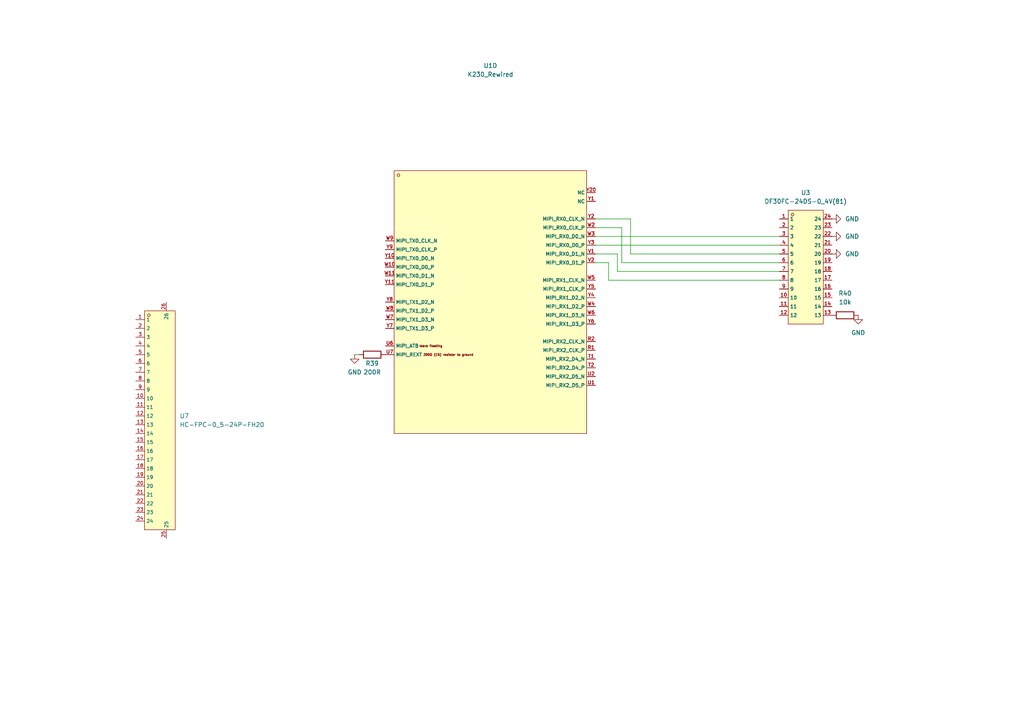
<source format=kicad_sch>
(kicad_sch (version 20250114) (generator "eeschema") (generator_version "9.0")
  (paper "A4")
  (lib_symbols
    (symbol "Device:R" (pin_numbers (hide yes)) (pin_names (offset 0))
      (property "Reference" "R" (at 2.032 0 90))
      (property "Value" "R" (at 0 0 90))
      (symbol "R_0_1"
        (rectangle (start -1.016 -2.54) (end 1.016 2.54) (stroke (width 0.254)))
      )
      (symbol "R_1_1"
        (pin passive line (at 0 3.81 270) (length 1.27) (name "~") (number "1"))
        (pin passive line (at 0 -3.81 90) (length 1.27) (name "~") (number "2"))
      )
    )
    (symbol "LCSC:DF30FC-24DS-0_4V(81)"
      (property "Reference" "U" (at 0 1.27 0))
      (property "Value" "DF30FC-24DS-0_4V(81)" (at 0 -2.54 0))
      (symbol "DF30FC-24DS-0_4V(81)_0_1"
        (rectangle (start -5.08 16.51) (end 5.08 -16.51) (fill (type background)))
        (circle (center -3.81 15.24) (radius 0.381) (fill (type background)))
        (pin unspecified line (at -7.62 13.97 0) (length 2.54) (name "1") (number "1"))
        (pin unspecified line (at -7.62 11.43 0) (length 2.54) (name "2") (number "2"))
        (pin unspecified line (at -7.62 8.89 0) (length 2.54) (name "3") (number "3"))
        (pin unspecified line (at -7.62 6.35 0) (length 2.54) (name "4") (number "4"))
        (pin unspecified line (at -7.62 3.81 0) (length 2.54) (name "5") (number "5"))
        (pin unspecified line (at -7.62 1.27 0) (length 2.54) (name "6") (number "6"))
        (pin unspecified line (at -7.62 -1.27 0) (length 2.54) (name "7") (number "7"))
        (pin unspecified line (at -7.62 -3.81 0) (length 2.54) (name "8") (number "8"))
        (pin unspecified line (at -7.62 -6.35 0) (length 2.54) (name "9") (number "9"))
        (pin unspecified line (at -7.62 -8.89 0) (length 2.54) (name "10") (number "10"))
        (pin unspecified line (at -7.62 -11.43 0) (length 2.54) (name "11") (number "11"))
        (pin unspecified line (at -7.62 -13.97 0) (length 2.54) (name "12") (number "12"))
        (pin unspecified line (at 7.62 13.97 180) (length 2.54) (name "24") (number "24"))
        (pin unspecified line (at 7.62 11.43 180) (length 2.54) (name "23") (number "23"))
        (pin unspecified line (at 7.62 8.89 180) (length 2.54) (name "22") (number "22"))
        (pin unspecified line (at 7.62 6.35 180) (length 2.54) (name "21") (number "21"))
        (pin unspecified line (at 7.62 3.81 180) (length 2.54) (name "20") (number "20"))
        (pin unspecified line (at 7.62 1.27 180) (length 2.54) (name "19") (number "19"))
        (pin unspecified line (at 7.62 -1.27 180) (length 2.54) (name "18") (number "18"))
        (pin unspecified line (at 7.62 -3.81 180) (length 2.54) (name "17") (number "17"))
        (pin unspecified line (at 7.62 -6.35 180) (length 2.54) (name "16") (number "16"))
        (pin unspecified line (at 7.62 -8.89 180) (length 2.54) (name "15") (number "15"))
        (pin unspecified line (at 7.62 -11.43 180) (length 2.54) (name "14") (number "14"))
        (pin unspecified line (at 7.62 -13.97 180) (length 2.54) (name "13") (number "13"))
      )
    )
    (symbol "LCSC:HC-FPC-0_5-24P-FH20"
      (property "Reference" "U" (at 0 1.27 0))
      (property "Value" "HC-FPC-0_5-24P-FH20" (at 0 -2.54 0))
      (symbol "HC-FPC-0_5-24P-FH20_0_1"
        (rectangle (start -2.54 31.7501) (end 6.35 -31.7501) (fill (type background)))
        (circle (center -1.27 30.4801) (radius 0.381) (fill (type background)))
        (pin unspecified line (at -5.08 29.21 0) (length 2.54) (name "1") (number "1"))
        (pin unspecified line (at -5.08 26.67 0) (length 2.54) (name "2") (number "2"))
        (pin unspecified line (at -5.08 24.13 0) (length 2.54) (name "3") (number "3"))
        (pin unspecified line (at -5.08 21.59 0) (length 2.54) (name "4") (number "4"))
        (pin unspecified line (at -5.08 19.05 0) (length 2.54) (name "5") (number "5"))
        (pin unspecified line (at -5.08 16.51 0) (length 2.54) (name "6") (number "6"))
        (pin unspecified line (at -5.08 13.97 0) (length 2.54) (name "7") (number "7"))
        (pin unspecified line (at -5.08 11.43 0) (length 2.54) (name "8") (number "8"))
        (pin unspecified line (at -5.08 8.89 0) (length 2.54) (name "9") (number "9"))
        (pin unspecified line (at -5.08 6.35 0) (length 2.54) (name "10") (number "10"))
        (pin unspecified line (at -5.08 3.81 0) (length 2.54) (name "11") (number "11"))
        (pin unspecified line (at -5.08 1.27 0) (length 2.54) (name "12") (number "12"))
        (pin unspecified line (at -5.08 -1.27 0) (length 2.54) (name "13") (number "13"))
        (pin unspecified line (at -5.08 -3.81 0) (length 2.54) (name "14") (number "14"))
        (pin unspecified line (at -5.08 -6.35 0) (length 2.54) (name "15") (number "15"))
        (pin unspecified line (at -5.08 -8.89 0) (length 2.54) (name "16") (number "16"))
        (pin unspecified line (at -5.08 -11.43 0) (length 2.54) (name "17") (number "17"))
        (pin unspecified line (at -5.08 -13.97 0) (length 2.54) (name "18") (number "18"))
        (pin unspecified line (at -5.08 -16.51 0) (length 2.54) (name "19") (number "19"))
        (pin unspecified line (at -5.08 -19.05 0) (length 2.54) (name "20") (number "20"))
        (pin unspecified line (at -5.08 -21.59 0) (length 2.54) (name "21") (number "21"))
        (pin unspecified line (at -5.08 -24.13 0) (length 2.54) (name "22") (number "22"))
        (pin unspecified line (at -5.08 -26.67 0) (length 2.54) (name "23") (number "23"))
        (pin unspecified line (at -5.08 -29.21 0) (length 2.54) (name "24") (number "24"))
        (pin unspecified line (at 3.81 34.29 270) (length 2.54) (name "26") (number "26"))
        (pin unspecified line (at 3.81 -34.29 90) (length 2.54) (name "25") (number "25"))
      )
    )
    (symbol "LCSC:K230_Rewired"
      (property "Reference" "U1" (at 0 68.58 0))
      (property "Value" "K230_Rewired" (at 0 66.04 0))
      (symbol "K230_Rewired_1_1"
        (rectangle (start -27.9401 63.5001) (end 27.9401 -63.5001) (fill (type background)))
        (circle (center -26.6701 62.2301) (radius 0.381) (fill (type background)))
        (pin unspecified line (at -30.48 59.69 0) (length 2.54) (name "USB0_TXRTUNE") (number "D4"))
        (pin unspecified line (at -30.48 57.15 0) (length 2.54) (name "USB0_VBUS") (number "C3"))
        (pin unspecified line (at -30.48 54.61 0) (length 2.54) (name "USB0_DP") (number "A2"))
        (pin unspecified line (at -30.48 52.07 0) (length 2.54) (name "USB0_DN") (number "B2"))
        (pin unspecified line (at -30.48 49.53 0) (length 2.54) (name "USB0_ID") (number "D3"))
        (pin unspecified line (at -30.48 44.45 0) (length 2.54) (name "USB1_TXRTUNE") (number "C4"))
        (pin unspecified line (at -30.48 41.91 0) (length 2.54) (name "USB1_VBUS") (number "A3"))
        (pin unspecified line (at -30.48 39.37 0) (length 2.54) (name "USB1_DP") (number "B4"))
        (pin unspecified line (at -30.48 36.83 0) (length 2.54) (name "USB1_DN") (number "A4"))
        (pin unspecified line (at -30.48 34.29 0) (length 2.54) (name "USB1_ID") (number "B3"))
        (pin unspecified line (at -30.48 26.67 0) (length 2.54) (name "CLK24M_XOUT") (number "A8"))
        (pin unspecified line (at -30.48 24.13 0) (length 2.54) (name "CLK24M_XIN") (number "B8"))
        (pin unspecified line (at -30.48 0 0) (length 2.54) (name "TEST_EN") (number "A9"))
        (pin unspecified line (at -30.48 -7.62 0) (length 2.54) (name "RSTN") (number "B9"))
        (pin unspecified line (at -30.48 -24.13 0) (length 2.54) (name "CLK32K768_XOUT") (number "A12"))
        (pin unspecified line (at -30.48 -26.67 0) (length 2.54) (name "CLK32K768_XIN") (number "B12"))
        (pin unspecified line (at -30.48 -38.1 0) (length 2.54) (name "INT0") (number "C10"))
        (pin unspecified line (at -30.48 -40.64 0) (length 2.54) (name "INT1") (number "B10"))
        (pin unspecified line (at -30.48 -43.18 0) (length 2.54) (name "INT2") (number "A10"))
        (pin unspecified line (at -30.48 -45.72 0) (length 2.54) (name "INT3") (number "A11"))
        (pin unspecified line (at -30.48 -48.26 0) (length 2.54) (name "INT4") (number "C12"))
        (pin unspecified line (at -30.48 -50.8 0) (length 2.54) (name "INT5") (number "D12"))
        (pin unspecified line (at -30.48 -54.61 0) (length 2.54) (name "OUT0") (number "B11"))
        (pin unspecified line (at -30.48 -57.15 0) (length 2.54) (name "OUT1") (number "C11"))
        (pin unspecified line (at 30.48 29.21 180) (length 2.54) (name "HPOUTR") (number "G2"))
        (pin unspecified line (at 30.48 26.67 180) (length 2.54) (name "HPOUTL") (number "G1"))
        (pin unspecified line (at 30.48 20.32 180) (length 2.54) (name "MIC_BIAS") (number "E3"))
        (pin unspecified line (at 30.48 17.78 180) (length 2.54) (name "MICNL") (number "E2"))
        (pin unspecified line (at 30.48 15.24 180) (length 2.54) (name "MICPL") (number "E1"))
        (pin unspecified line (at 30.48 10.16 180) (length 2.54) (name "CODEC_VCM") (number "F3"))
        (pin unspecified line (at 30.48 7.62 180) (length 2.54) (name "MICNR") (number "F2"))
        (pin unspecified line (at 30.48 5.08 180) (length 2.54) (name "MICPR") (number "F1"))
        (pin unspecified line (at 30.48 -17.78 180) (length 2.54) (name "ANA_TS_VTEST") (number "D8"))
        (pin unspecified line (at 30.48 -58.42 180) (length 2.54) (name "NC") (number "A20"))
      )
      (symbol "K230_Rewired_2_1"
        (rectangle (start -26.6701 64.7701) (end 26.6701 -64.7701) (fill (type background)))
        (circle (center -25.4001 63.5001) (radius 0.381) (fill (type background)))
        (pin unspecified line (at -29.21 62.23 0) (length 2.54) (name "GPIO0") (number "C8"))
        (pin unspecified line (at -29.21 59.69 0) (length 2.54) (name "GPIO1") (number "C9"))
        (pin unspecified line (at -29.21 57.15 0) (length 2.54) (name "GPIO2") (number "W15"))
        (pin unspecified line (at -29.21 54.61 0) (length 2.54) (name "GPIO3") (number "V15"))
        (pin unspecified line (at -29.21 52.07 0) (length 2.54) (name "GPIO4") (number "Y15"))
        (pin unspecified line (at -29.21 49.53 0) (length 2.54) (name "GPIO5") (number "U14"))
        (pin unspecified line (at -29.21 46.99 0) (length 2.54) (name "GPIO6") (number "V14"))
        (pin unspecified line (at -29.21 44.45 0) (length 2.54) (name "GPIO7") (number "W14"))
        (pin unspecified line (at -29.21 41.91 0) (length 2.54) (name "GPIO8") (number "U12"))
        (pin unspecified line (at -29.21 39.37 0) (length 2.54) (name "GPIO9") (number "T13"))
        (pin unspecified line (at -29.21 36.83 0) (length 2.54) (name "GPIO10") (number "U13"))
        (pin unspecified line (at -29.21 34.29 0) (length 2.54) (name "GPIO11") (number "Y14"))
        (pin unspecified line (at -29.21 31.75 0) (length 2.54) (name "GPIO12") (number "V13"))
        (pin unspecified line (at -29.21 29.21 0) (length 2.54) (name "GPIO13") (number "T12"))
        (pin unspecified line (at -29.21 -8.89 0) (length 2.54) (name "GPIO26") (number "U11"))
        (pin unspecified line (at -29.21 -11.43 0) (length 2.54) (name "GPIO27") (number "W13"))
        (pin unspecified line (at -29.21 -13.97 0) (length 2.54) (name "GPIO28") (number "V12"))
        (pin unspecified line (at -29.21 -16.51 0) (length 2.54) (name "GPIO29") (number "V11"))
        (pin unspecified line (at -29.21 -19.05 0) (length 2.54) (name "GPIO30") (number "V10"))
        (pin unspecified line (at -29.21 -21.59 0) (length 2.54) (name "GPIO31") (number "V9"))
        (pin unspecified line (at -29.21 -24.13 0) (length 2.54) (name "GPIO32") (number "U10"))
        (pin unspecified line (at -29.21 -26.67 0) (length 2.54) (name "GPIO33") (number "T11"))
        (pin unspecified line (at -29.21 -29.21 0) (length 2.54) (name "GPIO34") (number "U9"))
        (pin unspecified line (at -29.21 -31.75 0) (length 2.54) (name "GPIO35") (number "W12"))
        (pin unspecified line (at -29.21 -34.29 0) (length 2.54) (name "GPIO36") (number "T10"))
        (pin unspecified line (at -29.21 -36.83 0) (length 2.54) (name "GPIO37") (number "Y12"))
        (pin unspecified line (at -29.21 -39.37 0) (length 2.54) (name "GPIO38") (number "J4"))
        (pin unspecified line (at 29.21 62.23 180) (length 2.54) (name "ADC_0") (number "C2"))
        (pin unspecified line (at 29.21 59.69 180) (length 2.54) (name "ADC_1") (number "D2"))
        (pin unspecified line (at 29.21 57.15 180) (length 2.54) (name "ADC_2") (number "B1"))
        (pin unspecified line (at 29.21 54.61 180) (length 2.54) (name "ADC_3") (number "G3"))
        (pin unspecified line (at 29.21 52.07 180) (length 2.54) (name "ADC_4") (number "C1"))
        (pin unspecified line (at 29.21 49.53 180) (length 2.54) (name "ADC_5") (number "D1"))
        (pin unspecified line (at 29.21 44.45 180) (length 2.54) (name "GPIO63") (number "U15"))
        (pin unspecified line (at 29.21 41.91 180) (length 2.54) (name "GPIO62") (number "T14"))
        (pin unspecified line (at 29.21 39.37 180) (length 2.54) (name "GPIO61") (number "P4"))
        (pin unspecified line (at 29.21 36.83 180) (length 2.54) (name "GPIO60") (number "P5"))
        (pin unspecified line (at 29.21 16.51 180) (length 2.54) (name "GPIO52") (number "M3"))
        (pin unspecified line (at 29.21 13.97 180) (length 2.54) (name "GPIO51") (number "M4"))
        (pin unspecified line (at 29.21 11.43 180) (length 2.54) (name "GPIO50") (number "M5"))
        (pin unspecified line (at 29.21 8.89 180) (length 2.54) (name "GPIO49") (number "G5"))
        (pin unspecified line (at 29.21 6.35 180) (length 2.54) (name "GPIO48") (number "G4"))
        (pin unspecified line (at 29.21 3.81 180) (length 2.54) (name "GPIO47") (number "H5"))
        (pin unspecified line (at 29.21 1.27 180) (length 2.54) (name "GPIO46") (number "H4"))
        (pin unspecified line (at 29.21 -1.27 180) (length 2.54) (name "GPIO45") (number "H3"))
        (pin unspecified line (at 29.21 -3.81 180) (length 2.54) (name "GPIO44") (number "H2"))
        (pin unspecified line (at 29.21 -6.35 180) (length 2.54) (name "GPIO43") (number "J6"))
        (pin unspecified line (at 29.21 -8.89 180) (length 2.54) (name "GPIO42") (number "H1"))
        (pin unspecified line (at 29.21 -11.43 180) (length 2.54) (name "GPIO41") (number "J1"))
        (pin unspecified line (at 29.21 -13.97 180) (length 2.54) (name "GPIO40") (number "J2"))
        (pin unspecified line (at 29.21 -16.51 180) (length 2.54) (name "GPIO39") (number "J3"))
      )
      (symbol "K230_Rewired_3_1"
        (rectangle (start -27.9401 31.75) (end 27.9401 -19.05) (fill (type background)))
        (circle (center -26.67 30.48) (radius 0.381) (fill (type background)))
        (pin unspecified line (at -30.48 11.43 0) (length 2.54) (name "QSPI_CS") (number "J5"))
        (pin unspecified line (at -30.48 8.89 0) (length 2.54) (name "QSPI_CLK") (number "K1"))
        (pin unspecified line (at -30.48 6.35 0) (length 2.54) (name "QSPI_D0") (number "K2"))
        (pin unspecified line (at -30.48 3.81 0) (length 2.54) (name "QSPI_D1") (number "K4"))
        (pin unspecified line (at -30.48 1.27 0) (length 2.54) (name "QSPI_D2") (number "K5"))
        (pin unspecified line (at -30.48 -1.27 0) (length 2.54) (name "QSPI_D3") (number "L1"))
        (pin unspecified line (at -30.48 -3.81 0) (length 2.54) (name "OSPI_D4") (number "L2"))
        (pin unspecified line (at -30.48 -6.35 0) (length 2.54) (name "OSPI_D5") (number "L3"))
        (pin unspecified line (at -30.48 -8.89 0) (length 2.54) (name "OSPI_D6") (number "L4"))
        (pin unspecified line (at -30.48 -11.43 0) (length 2.54) (name "OSPI_D7") (number "L5"))
        (pin unspecified line (at -30.48 -13.97 0) (length 2.54) (name "OSPI_DQS") (number "L6"))
        (pin unspecified line (at -30.48 -16.51 0) (length 2.54) (name "GPIO25") (number "M1"))
        (pin unspecified line (at 30.48 29.21 180) (length 2.54) (name "SDIO_CMD") (number "M2"))
        (pin unspecified line (at 30.48 26.67 180) (length 2.54) (name "SDIO_CLK") (number "N2"))
        (pin unspecified line (at 30.48 24.13 180) (length 2.54) (name "SDIO_D0") (number "P3"))
        (pin unspecified line (at 30.48 21.59 180) (length 2.54) (name "SDIO_D1") (number "N1"))
        (pin unspecified line (at 30.48 19.05 180) (length 2.54) (name "SDIO_D2") (number "P1"))
        (pin unspecified line (at 30.48 16.51 180) (length 2.54) (name "SDIO_D3") (number "P2"))
        (pin unspecified line (at 30.48 13.97 180) (length 2.54) (name "MMC1_SD_DET") (number "N4"))
        (pin unspecified line (at 30.48 11.43 180) (length 2.54) (name "MMC0_STROBE") (number "B6"))
        (pin unspecified line (at 30.48 8.89 180) (length 2.54) (name "MMC0_RST_N") (number "A6"))
        (pin unspecified line (at 30.48 6.35 180) (length 2.54) (name "MMC0_CMD") (number "D6"))
        (pin unspecified line (at 30.48 3.81 180) (length 2.54) (name "MMC0_CLK") (number "A5"))
        (pin unspecified line (at 30.48 1.27 180) (length 2.54) (name "MMC0_D0") (number "D5"))
        (pin unspecified line (at 30.48 -1.27 180) (length 2.54) (name "MMC0_D1") (number "C5"))
        (pin unspecified line (at 30.48 -3.81 180) (length 2.54) (name "MMC0_D2") (number "B5"))
        (pin unspecified line (at 30.48 -6.35 180) (length 2.54) (name "MMC0_D3") (number "C6"))
        (pin unspecified line (at 30.48 -8.89 180) (length 2.54) (name "MMC0_D4") (number "D7"))
        (pin unspecified line (at 30.48 -11.43 180) (length 2.54) (name "MMC0_D5") (number "A7"))
        (pin unspecified line (at 30.48 -13.97 180) (length 2.54) (name "MMC0_D6") (number "B7"))
        (pin unspecified line (at 30.48 -16.51 180) (length 2.54) (name "MMC0_D7") (number "C7"))
      )
      (symbol "K230_Rewired_4_1"
        (rectangle (start -27.9401 38.1) (end 27.9401 -38.1) (fill (type background)))
        (circle (center -26.6701 36.8301) (radius 0.381) (fill (type background)))
        (text "leave floating\n" (at -17.272 -12.7 0) (effects (font (size 0.635 0.635))))
        (text "200Ω (1%) resistor to ground" (at -12.192 -15.24 0) (effects (font (size 0.635 0.635))))
        (pin unspecified line (at -30.48 17.78 0) (length 2.54) (name "MIPI_TX0_CLK_N") (number "W9"))
        (pin unspecified line (at -30.48 15.24 0) (length 2.54) (name "MIPI_TX0_CLK_P") (number "Y9"))
        (pin unspecified line (at -30.48 12.7 0) (length 2.54) (name "MIPI_TX0_D0_N") (number "Y10"))
        (pin unspecified line (at -30.48 10.16 0) (length 2.54) (name "MIPI_TX0_D0_P") (number "W10"))
        (pin unspecified line (at -30.48 7.62 0) (length 2.54) (name "MIPI_TX0_D1_N") (number "W11"))
        (pin unspecified line (at -30.48 5.08 0) (length 2.54) (name "MIPI_TX0_D1_P") (number "Y11"))
        (pin unspecified line (at -30.48 0 0) (length 2.54) (name "MIPI_TX1_D2_N") (number "Y8"))
        (pin unspecified line (at -30.48 -2.54 0) (length 2.54) (name "MIPI_TX1_D2_P") (number "W8"))
        (pin unspecified line (at -30.48 -5.08 0) (length 2.54) (name "MIPI_TX1_D3_N") (number "W7"))
        (pin unspecified line (at -30.48 -7.62 0) (length 2.54) (name "MIPI_TX1_D3_P") (number "Y7"))
        (pin unspecified line (at -30.48 -12.7 0) (length 2.54) (name "MIPI_ATB") (number "U6"))
        (pin unspecified line (at -30.48 -15.24 0) (length 2.54) (name "MIPI_REXT") (number "U7"))
        (pin unspecified line (at 30.48 31.75 180) (length 2.54) (name "NC") (number "Y20"))
        (pin unspecified line (at 30.48 29.21 180) (length 2.54) (name "NC") (number "Y1"))
        (pin unspecified line (at 30.48 24.13 180) (length 2.54) (name "MIPI_RX0_CLK_N") (number "Y2"))
        (pin unspecified line (at 30.48 21.59 180) (length 2.54) (name "MIPI_RX0_CLK_P") (number "W2"))
        (pin unspecified line (at 30.48 19.05 180) (length 2.54) (name "MIPI_RX0_D0_N") (number "W3"))
        (pin unspecified line (at 30.48 16.51 180) (length 2.54) (name "MIPI_RX0_D0_P") (number "Y3"))
        (pin unspecified line (at 30.48 13.97 180) (length 2.54) (name "MIPI_RX0_D1_N") (number "V1"))
        (pin unspecified line (at 30.48 11.43 180) (length 2.54) (name "MIPI_RX0_D1_P") (number "V2"))
        (pin unspecified line (at 30.48 6.35 180) (length 2.54) (name "MIPI_RX1_CLK_N") (number "W5"))
        (pin unspecified line (at 30.48 3.81 180) (length 2.54) (name "MIPI_RX1_CLK_P") (number "Y5"))
        (pin unspecified line (at 30.48 1.27 180) (length 2.54) (name "MIPI_RX1_D2_N") (number "Y4"))
        (pin unspecified line (at 30.48 -1.27 180) (length 2.54) (name "MIPI_RX1_D2_P") (number "W4"))
        (pin unspecified line (at 30.48 -3.81 180) (length 2.54) (name "MIPI_RX1_D3_N") (number "W6"))
        (pin unspecified line (at 30.48 -6.35 180) (length 2.54) (name "MIPI_RX1_D3_P") (number "Y6"))
        (pin unspecified line (at 30.48 -11.43 180) (length 2.54) (name "MIPI_RX2_CLK_N") (number "R2"))
        (pin unspecified line (at 30.48 -13.97 180) (length 2.54) (name "MIPI_RX2_CLK_P") (number "R1"))
        (pin unspecified line (at 30.48 -16.51 180) (length 2.54) (name "MIPI_RX2_D4_N") (number "T1"))
        (pin unspecified line (at 30.48 -19.05 180) (length 2.54) (name "MIPI_RX2_D4_P") (number "T2"))
        (pin unspecified line (at 30.48 -21.59 180) (length 2.54) (name "MIPI_RX2_D5_N") (number "U2"))
        (pin unspecified line (at 30.48 -24.13 180) (length 2.54) (name "MIPI_RX2_D5_P") (number "U1"))
      )
      (symbol "K230_Rewired_5_1"
        (rectangle (start -27.9401 63.5001) (end 27.9401 -63.5001) (fill (type background)))
        (pin unspecified line (at -30.48 57.15 0) (length 2.54) (name "DDR_ZN") (number "K19"))
        (pin unspecified line (at -30.48 52.07 0) (length 2.54) (name "DDR_CKE1_CKEA1") (number "P18"))
        (pin unspecified line (at -30.48 49.53 0) (length 2.54) (name "DDR_CKE0_CKEA0") (number "N17"))
        (pin unspecified line (at -30.48 46.99 0) (length 2.54) (name "DDR_CKP_CKAP") (number "R19"))
        (pin unspecified line (at -30.48 44.45 0) (length 2.54) (name "DDR_CKN_CKAN") (number "R20"))
        (pin unspecified line (at -30.48 41.91 0) (length 2.54) (name "DDR_DQS3N_DQSA0N") (number "Y17"))
        (pin unspecified line (at -30.48 39.37 0) (length 2.54) (name "DDR_DQS3P_DQSA0P") (number "W17"))
        (pin unspecified line (at -30.48 36.83 0) (length 2.54) (name "DDR_DQS2N_DQSB1N") (number "A15"))
        (pin unspecified line (at -30.48 34.29 0) (length 2.54) (name "DDR_DQS2P_DQSB1P") (number "B15"))
        (pin unspecified line (at -30.48 31.75 0) (length 2.54) (name "DDR_DQS1N_DQSA1N") (number "V19"))
        (pin unspecified line (at -30.48 29.21 0) (length 2.54) (name "DDR_DQS1P_DQSA1P") (number "V20"))
        (pin unspecified line (at -30.48 26.67 0) (length 2.54) (name "DDR_DQS0N_DQSB0N") (number "A18"))
        (pin unspecified line (at -30.48 24.13 0) (length 2.54) (name "DDR_DQS0P_DQSB0P") (number "B18"))
        (pin unspecified line (at -30.48 19.05 0) (length 2.54) (name "DDR_DQ31_DQA0") (number "U16"))
        (pin unspecified line (at -30.48 16.51 0) (length 2.54) (name "DDR_DQ30_DQA1") (number "T16"))
        (pin unspecified line (at -30.48 13.97 0) (length 2.54) (name "DDR_DQ29_DQA7") (number "U17"))
        (pin unspecified line (at -30.48 11.43 0) (length 2.54) (name "DDR_DQ28_DQA6") (number "Y18"))
        (pin unspecified line (at -30.48 8.89 0) (length 2.54) (name "DDR_DQ27_DQA3") (number "Y16"))
        (pin unspecified line (at -30.48 6.35 0) (length 2.54) (name "DDR_DQ26_DQA2") (number "V16"))
        (pin unspecified line (at -30.48 3.81 0) (length 2.54) (name "DDR_DQ25_DQA5") (number "V18"))
        (pin unspecified line (at -30.48 1.27 0) (length 2.54) (name "DDR_DQ24_DQA4") (number "W18"))
        (pin unspecified line (at -30.48 -1.27 0) (length 2.54) (name "DDR_DQ23_DQB15") (number "B16"))
        (pin unspecified line (at -30.48 -3.81 0) (length 2.54) (name "DDR_DQ22_DQB12") (number "B17"))
        (pin unspecified line (at -30.48 -6.35 0) (length 2.54) (name "DDR_DQ21_DQB9") (number "A14"))
        (pin unspecified line (at -30.48 -8.89 0) (length 2.54) (name "DDR_DQ20_DQB8") (number "D14"))
        (pin unspecified line (at -30.48 -11.43 0) (length 2.54) (name "DDR_DQ19_DQB14") (number "A17"))
        (pin unspecified line (at -30.48 -13.97 0) (length 2.54) (name "DDR_DQ18_DQB13") (number "C16"))
        (pin unspecified line (at -30.48 -16.51 0) (length 2.54) (name "DDR_DQ17_DQB10") (number "B14"))
        (pin unspecified line (at -30.48 -19.05 0) (length 2.54) (name "DDR_DQ16_DQB11") (number "C14"))
        (pin unspecified line (at -30.48 -21.59 0) (length 2.54) (name "DDR_DQ15_DQA15") (number "T17"))
        (pin unspecified line (at -30.48 -24.13 0) (length 2.54) (name "DDR_DQ14_DQA13") (number "U18"))
        (pin unspecified line (at -30.48 -26.67 0) (length 2.54) (name "DDR_DQ13_DQA11") (number "U20"))
        (pin unspecified line (at -30.48 -29.21 0) (length 2.54) (name "DDR_DQ12_DQA9") (number "T18"))
        (pin unspecified line (at -30.48 -31.75 0) (length 2.54) (name "DDR_DQ11_DQA12") (number "W19"))
        (pin unspecified line (at -30.48 -34.29 0) (length 2.54) (name "DDR_DQ10_DQA8") (number "R17"))
        (pin unspecified line (at -30.48 -36.83 0) (length 2.54) (name "DDR_DQ9_DQA14") (number "P16"))
        (pin unspecified line (at -30.48 -39.37 0) (length 2.54) (name "DDR_DQ8_DQA10") (number "R18"))
        (pin unspecified line (at -30.48 -41.91 0) (length 2.54) (name "DDR_DQ7_DQB6") (number "C19"))
        (pin unspecified line (at -30.48 -44.45 0) (length 2.54) (name "DDR_DQ6_DQB7") (number "B19"))
        (pin unspecified line (at -30.48 -46.99 0) (length 2.54) (name "DDR_DQ5_DQB3") (number "E17"))
        (pin unspecified line (at -30.48 -49.53 0) (length 2.54) (name "DDR_DQ4_DQB2") (number "E18"))
        (pin unspecified line (at -30.48 -52.07 0) (length 2.54) (name "DDR_DQ3_DQB5") (number "C18"))
        (pin unspecified line (at -30.48 -54.61 0) (length 2.54) (name "DDR_DQ2_DQB0") (number "D17"))
        (pin unspecified line (at -30.48 -57.15 0) (length 2.54) (name "DDR_DQ1_DQB1") (number "D16"))
        (pin unspecified line (at -30.48 -59.69 0) (length 2.54) (name "DDR_DQ0_DQB4") (number "C17"))
        (pin unspecified line (at 30.48 52.07 180) (length 2.54) (name "DDR_NC_CAB0") (number "E20"))
        (pin unspecified line (at 30.48 49.53 180) (length 2.54) (name "DDR_NC_CKBP") (number "G20"))
        (pin unspecified line (at 30.48 46.99 180) (length 2.54) (name "DDR_NC_CAB1") (number "G19"))
        (pin unspecified line (at 30.48 44.45 180) (length 2.54) (name "DDR_NC_CAB2") (number "G18"))
        (pin unspecified line (at 30.48 41.91 180) (length 2.54) (name "DDR_NC_NC") (number "G17"))
        (pin unspecified line (at 30.48 39.37 180) (length 2.54) (name "DDR_NC_CKBN") (number "F20"))
        (pin unspecified line (at 30.48 36.83 180) (length 2.54) (name "DDR_NC_CAB5") (number "F19"))
        (pin unspecified line (at 30.48 34.29 180) (length 2.54) (name "DDR_NC_NC") (number "F18"))
        (pin unspecified line (at 30.48 31.75 180) (length 2.54) (name "DDR_NC_CAB4") (number "F17"))
        (pin unspecified line (at 30.48 29.21 180) (length 2.54) (name "DDR_NC_NC") (number "H19"))
        (pin unspecified line (at 30.48 26.67 180) (length 2.54) (name "DDR_NC_NC") (number "H18"))
        (pin unspecified line (at 30.48 24.13 180) (length 2.54) (name "DDR_NC_CAB3") (number "H17"))
        (pin unspecified line (at 30.48 21.59 180) (length 2.54) (name "DDR_NC_NC") (number "D20"))
        (pin unspecified line (at 30.48 19.05 180) (length 2.54) (name "DDR_NC_NC") (number "D19"))
        (pin unspecified line (at 30.48 16.51 180) (length 2.54) (name "DDR_NC_CSB0") (number "J20"))
        (pin unspecified line (at 30.48 13.97 180) (length 2.54) (name "DDR_NC_CSB1") (number "J19"))
        (pin unspecified line (at 30.48 11.43 180) (length 2.54) (name "DDR_NC_CKEB0") (number "J18"))
        (pin unspecified line (at 30.48 8.89 180) (length 2.54) (name "DDR_NC_CKEB1") (number "J17"))
        (pin unspecified line (at 30.48 6.35 180) (length 2.54) (name "DDR_NC_NC") (number "M17"))
        (pin unspecified line (at 30.48 3.81 180) (length 2.54) (name "DDR_NC_NC") (number "C20"))
        (pin unspecified line (at 30.48 1.27 180) (length 2.54) (name "DDR_NC_NC") (number "N18"))
        (pin unspecified line (at 30.48 -5.08 180) (length 2.54) (name "DDR_CA9_CAA5") (number "P19"))
        (pin unspecified line (at 30.48 -7.62 180) (length 2.54) (name "DDR_CA8_CAA4") (number "M18"))
        (pin unspecified line (at 30.48 -10.16 180) (length 2.54) (name "DDR_CA7_CAA3") (number "N20"))
        (pin unspecified line (at 30.48 -12.7 180) (length 2.54) (name "DDR_CA6_CAA2") (number "N19"))
        (pin unspecified line (at 30.48 -15.24 180) (length 2.54) (name "DDR_CA5_CAA1") (number "L16"))
        (pin unspecified line (at 30.48 -17.78 180) (length 2.54) (name "DDR_CA4_CAA0") (number "M19"))
        (pin unspecified line (at 30.48 -20.32 180) (length 2.54) (name "DDR_CA3_NC") (number "L17"))
        (pin unspecified line (at 30.48 -22.86 180) (length 2.54) (name "DDR_CA2_NA") (number "M20"))
        (pin unspecified line (at 30.48 -25.4 180) (length 2.54) (name "DDR_CA1_NC") (number "L20"))
        (pin unspecified line (at 30.48 -27.94 180) (length 2.54) (name "DDR_CA0_NC") (number "K20"))
        (pin unspecified line (at 30.48 -33.02 180) (length 2.54) (name "DDR_DM0_DMIB0") (number "D18"))
        (pin unspecified line (at 30.48 -35.56 180) (length 2.54) (name "DDR_DM1_DMIA1") (number "P17"))
        (pin unspecified line (at 30.48 -38.1 180) (length 2.54) (name "DDR_DM2_DMIB1") (number "C15"))
        (pin unspecified line (at 30.48 -40.64 180) (length 2.54) (name "DDR_DM3_DMIA0") (number "V17"))
        (pin unspecified line (at 30.48 -44.45 180) (length 2.54) (name "DDR_CS1_CSA1") (number "T19"))
        (pin unspecified line (at 30.48 -46.99 180) (length 2.54) (name "DDR_CS0_CSA0") (number "T20"))
        (pin unspecified line (at 30.48 -52.07 180) (length 2.54) (name "DDR_ODT_NC") (number "L18"))
        (pin unspecified line (at 30.48 -57.15 180) (length 2.54) (name "DDR_RESET") (number "J16"))
        (pin unspecified line (at 30.48 -60.96 180) (length 2.54) (name "DDR_VREF") (number "K17"))
      )
      (symbol "K230_Rewired_6_1"
        (rectangle (start -27.9401 63.5001) (end 27.9401 -63.5001) (fill (type background)))
        (pin unspecified line (at -30.48 62.23 0) (length 2.54) (name "AVSS") (number "F11"))
        (pin unspecified line (at -30.48 59.69 0) (length 2.54) (name "AVSS") (number "G7"))
        (pin unspecified line (at -30.48 57.15 0) (length 2.54) (name "AVSS") (number "G8"))
        (pin unspecified line (at -30.48 52.07 0) (length 2.54) (name "VSS") (number "T7"))
        (pin unspecified line (at -30.48 49.53 0) (length 2.54) (name "VSS") (number "F6"))
        (pin unspecified line (at -30.48 46.99 0) (length 2.54) (name "VSS") (number "T8"))
        (pin unspecified line (at -30.48 44.45 0) (length 2.54) (name "VSS") (number "T9"))
        (pin unspecified line (at -30.48 41.91 0) (length 2.54) (name "VSS") (number "L7"))
        (pin unspecified line (at -30.48 39.37 0) (length 2.54) (name "VSS") (number "L8"))
        (pin unspecified line (at -30.48 36.83 0) (length 2.54) (name "VSS") (number "L10"))
        (pin unspecified line (at -30.48 34.29 0) (length 2.54) (name "VSS") (number "L12"))
        (pin unspecified line (at -30.48 31.75 0) (length 2.54) (name "VSS") (number "A13"))
        (pin unspecified line (at -30.48 29.21 0) (length 2.54) (name "VSS") (number "T15"))
        (pin unspecified line (at -30.48 26.67 0) (length 2.54) (name "VSS") (number "A16"))
        (pin unspecified line (at -30.48 26.67 0) (length 2.54) (name "VSS") (number "L15"))
        (pin unspecified line (at -30.48 24.13 0) (length 2.54) (name "VSS") (number "F16"))
        (pin unspecified line (at -30.48 21.59 0) (length 2.54) (name "VSS") (number "A19"))
        (pin unspecified line (at -30.48 19.05 0) (length 2.54) (name "VSS") (number "L19"))
        (pin unspecified line (at -30.48 16.51 0) (length 2.54) (name "VSS") (number "U3"))
        (pin unspecified line (at -30.48 13.97 0) (length 2.54) (name "VSS") (number "U8"))
        (pin unspecified line (at -30.48 11.43 0) (length 2.54) (name "VSS") (number "G6"))
        (pin unspecified line (at -30.48 8.89 0) (length 2.54) (name "VSS") (number "M6"))
        (pin unspecified line (at -30.48 6.35 0) (length 2.54) (name "VSS") (number "M8"))
        (pin unspecified line (at -30.48 3.81 0) (length 2.54) (name "VSS") (number "M10"))
        (pin unspecified line (at -30.48 1.27 0) (length 2.54) (name "VSS") (number "G13"))
        (pin unspecified line (at -30.48 -1.27 0) (length 2.54) (name "VSS") (number "F4"))
        (pin unspecified line (at -30.48 -3.81 0) (length 2.54) (name "VSS") (number "T3"))
        (pin unspecified line (at -30.48 -6.35 0) (length 2.54) (name "VSS") (number "G14"))
        (pin unspecified line (at -30.48 -8.89 0) (length 2.54) (name "VSS") (number "G15"))
        (pin unspecified line (at -30.48 -11.43 0) (length 2.54) (name "VSS") (number "U19"))
        (pin unspecified line (at -30.48 -13.97 0) (length 2.54) (name "VSS") (number "G16"))
        (pin unspecified line (at -30.48 -16.51 0) (length 2.54) (name "VSS") (number "M15"))
        (pin unspecified line (at -30.48 -19.05 0) (length 2.54) (name "VSS") (number "M16"))
        (pin unspecified line (at -30.48 -21.59 0) (length 2.54) (name "VSS") (number "V3"))
        (pin unspecified line (at -30.48 -24.13 0) (length 2.54) (name "VSS") (number "B20"))
        (pin unspecified line (at -30.48 -26.67 0) (length 2.54) (name "VSS") (number "V4"))
        (pin unspecified line (at -30.48 -29.21 0) (length 2.54) (name "VSS") (number "V5"))
        (pin unspecified line (at -30.48 -31.75 0) (length 2.54) (name "VSS") (number "V6"))
        (pin unspecified line (at -30.48 -34.29 0) (length 2.54) (name "VSS") (number "V7"))
        (pin unspecified line (at -30.48 -36.83 0) (length 2.54) (name "VSS") (number "N3"))
        (pin unspecified line (at -30.48 -39.37 0) (length 2.54) (name "VSS") (number "V8"))
        (pin unspecified line (at -30.48 -41.91 0) (length 2.54) (name "VSS") (number "N5"))
        (pin unspecified line (at -30.48 -44.45 0) (length 2.54) (name "VSS") (number "H7"))
        (pin unspecified line (at -30.48 -46.99 0) (length 2.54) (name "VSS") (number "N8"))
        (pin unspecified line (at -30.48 -49.53 0) (length 2.54) (name "VSS") (number "H11"))
        (pin unspecified line (at -30.48 -52.07 0) (length 2.54) (name "VSS") (number "Y13"))
        (pin unspecified line (at -30.48 -54.61 0) (length 2.54) (name "VSS") (number "K12"))
        (pin unspecified line (at -30.48 -57.15 0) (length 2.54) (name "VSS") (number "K14"))
        (pin unspecified line (at -30.48 -59.69 0) (length 2.54) (name "VSS") (number "K16"))
        (pin unspecified line (at -30.48 -62.23 0) (length 2.54) (name "VSS") (number "F10"))
        (pin unspecified line (at 30.48 62.23 180) (length 2.54) (name "VSS") (number "B13"))
        (pin unspecified line (at 30.48 59.69 180) (length 2.54) (name "VSS") (number "E19"))
        (pin unspecified line (at 30.48 57.15 180) (length 2.54) (name "VSS") (number "Y19"))
        (pin unspecified line (at 30.48 54.61 180) (length 2.54) (name "VSS") (number "K18"))
        (pin unspecified line (at 30.48 52.07 180) (length 2.54) (name "VSS") (number "E16"))
        (pin unspecified line (at 30.48 52.07 180) (length 2.54) (name "VSS") (number "R16"))
        (pin unspecified line (at 30.48 49.53 180) (length 2.54) (name "VSS") (number "E15"))
        (pin unspecified line (at 30.48 46.99 180) (length 2.54) (name "VSS") (number "E14"))
        (pin unspecified line (at 30.48 46.99 180) (length 2.54) (name "VSS") (number "R14"))
        (pin unspecified line (at 30.48 44.45 180) (length 2.54) (name "VSS") (number "E13"))
        (pin unspecified line (at 30.48 41.91 180) (length 2.54) (name "VSS") (number "E12"))
        (pin unspecified line (at 30.48 41.91 180) (length 2.54) (name "VSS") (number "R12"))
        (pin unspecified line (at 30.48 39.37 180) (length 2.54) (name "VSS") (number "R10"))
        (pin unspecified line (at 30.48 36.83 180) (length 2.54) (name "VSS") (number "K10"))
        (pin unspecified line (at 30.48 34.29 180) (length 2.54) (name "VSS") (number "E8"))
        (pin unspecified line (at 30.48 31.75 180) (length 2.54) (name "VSS") (number "K8"))
        (pin unspecified line (at 30.48 29.21 180) (length 2.54) (name "VSS") (number "R7"))
        (pin unspecified line (at 30.48 26.67 180) (length 2.54) (name "VSS") (number "E7"))
        (pin unspecified line (at 30.48 24.13 180) (length 2.54) (name "VSS") (number "R6"))
        (pin unspecified line (at 30.48 21.59 180) (length 2.54) (name "VSS") (number "E6"))
        (pin unspecified line (at 30.48 19.05 180) (length 2.54) (name "VSS") (number "K6"))
        (pin unspecified line (at 30.48 16.51 180) (length 2.54) (name "VSS") (number "R3"))
        (pin unspecified line (at 30.48 13.97 180) (length 2.54) (name "VSS") (number "E4"))
        (pin unspecified line (at 30.48 11.43 180) (length 2.54) (name "VSS") (number "K3"))
        (pin unspecified line (at 30.48 8.89 180) (length 2.54) (name "VSS") (number "P20"))
        (pin unspecified line (at 30.48 6.35 180) (length 2.54) (name "VSS") (number "W20"))
        (pin unspecified line (at 30.48 3.81 180) (length 2.54) (name "VSS") (number "P15"))
        (pin unspecified line (at 30.48 1.27 180) (length 2.54) (name "VSS") (number "P14"))
        (pin unspecified line (at 30.48 -1.27 180) (length 2.54) (name "VSS") (number "D15"))
        (pin unspecified line (at 30.48 -3.81 180) (length 2.54) (name "VSS") (number "W16"))
        (pin unspecified line (at 30.48 -6.35 180) (length 2.54) (name "VSS") (number "J15"))
        (pin unspecified line (at 30.48 -8.89 180) (length 2.54) (name "VSS") (number "P12"))
        (pin unspecified line (at 30.48 -11.43 180) (length 2.54) (name "VSS") (number "D13"))
        (pin unspecified line (at 30.48 -13.97 180) (length 2.54) (name "VSS") (number "J13"))
        (pin unspecified line (at 30.48 -16.51 180) (length 2.54) (name "VSS") (number "P10"))
        (pin unspecified line (at 30.48 -19.05 180) (length 2.54) (name "VSS") (number "D11"))
        (pin unspecified line (at 30.48 -21.59 180) (length 2.54) (name "VSS") (number "D10"))
        (pin unspecified line (at 30.48 -24.13 180) (length 2.54) (name "VSS") (number "J11"))
        (pin unspecified line (at 30.48 -26.67 180) (length 2.54) (name "VSS") (number "P8"))
        (pin unspecified line (at 30.48 -29.21 180) (length 2.54) (name "VSS") (number "D9"))
        (pin unspecified line (at 30.48 -31.75 180) (length 2.54) (name "VSS") (number "P7"))
        (pin unspecified line (at 30.48 -34.29 180) (length 2.54) (name "VSS") (number "P6"))
        (pin unspecified line (at 30.48 -36.83 180) (length 2.54) (name "VSS") (number "J7"))
        (pin unspecified line (at 30.48 -39.37 180) (length 2.54) (name "VSS") (number "H20"))
        (pin unspecified line (at 30.48 -41.91 180) (length 2.54) (name "VSS") (number "W1"))
        (pin unspecified line (at 30.48 -44.45 180) (length 2.54) (name "VSS") (number "N16"))
        (pin unspecified line (at 30.48 -46.99 180) (length 2.54) (name "VSS") (number "N15"))
        (pin unspecified line (at 30.48 -49.53 180) (length 2.54) (name "VSS") (number "H16"))
        (pin unspecified line (at 30.48 -52.07 180) (length 2.54) (name "VSS") (number "H15"))
        (pin unspecified line (at 30.48 -54.61 180) (length 2.54) (name "VSS") (number "C13"))
        (pin unspecified line (at 30.48 -54.61 180) (length 2.54) (name "VSS") (number "N12"))
        (pin unspecified line (at 30.48 -57.15 180) (length 2.54) (name "VSS") (number "H13"))
        (pin unspecified line (at 30.48 -59.69 180) (length 2.54) (name "VSS") (number "N10"))
        (pin unspecified line (at 30.48 -62.23 180) (length 2.54) (name "VSS") (number "M12"))
      )
      (symbol "K230_Rewired_7_1"
        (rectangle (start -27.9401 50.8) (end 27.9401 -50.8) (fill (type background)))
        (pin unspecified line (at -30.48 41.91 0) (length 2.54) (name "AVDD1P8_MIPI") (number "N7"))
        (pin unspecified line (at -30.48 39.37 0) (length 2.54) (name "AVDD1P8_MIPI") (number "R9"))
        (pin unspecified line (at -30.48 34.29 0) (length 2.54) (name "AVDD1P8_CODEC") (number "F7"))
        (pin unspecified line (at -30.48 31.75 0) (length 2.54) (name "AVDD1P8_USB") (number "F9"))
        (pin unspecified line (at -30.48 26.67 0) (length 2.54) (name "AVDD1P8_ADC") (number "F8"))
        (pin unspecified line (at -30.48 21.59 0) (length 2.54) (name "VDD1P8") (number "E11"))
        (pin unspecified line (at -30.48 19.05 0) (length 2.54) (name "VDD1P8") (number "F13"))
        (pin unspecified line (at -30.48 13.97 0) (length 2.54) (name "AVDD1P8_LDO") (number "F14"))
        (pin unspecified line (at -30.48 11.43 0) (length 2.54) (name "AVDD1P8_RTC") (number "F15"))
        (pin unspecified line (at -30.48 8.89 0) (length 2.54) (name "AVDD0P8_PLL") (number "G11"))
        (pin unspecified line (at -30.48 3.81 0) (length 2.54) (name "VDD1P1_DDR_IO") (number "H14"))
        (pin unspecified line (at -30.48 1.27 0) (length 2.54) (name "VDD1P1_DDR_IO") (number "J14"))
        (pin unspecified line (at -30.48 -1.27 0) (length 2.54) (name "VDD1P1_DDR_IO") (number "N14"))
        (pin unspecified line (at -30.48 -3.81 0) (length 2.54) (name "VDD1P1_DDR_IO") (number "M14"))
        (pin unspecified line (at -30.48 -6.35 0) (length 2.54) (name "VDD1P1_DDR_IO") (number "L14"))
        (pin unspecified line (at -30.48 -8.89 0) (length 2.54) (name "VDDIO3P3_5") (number "R15"))
        (pin unspecified line (at -30.48 -11.43 0) (length 2.54) (name "VDDIO3P3_4") (number "M7"))
        (pin unspecified line (at -30.48 -13.97 0) (length 2.54) (name "VDDIO3P3_3") (number "H6"))
        (pin unspecified line (at -30.48 -19.05 0) (length 2.54) (name "VDDIO3P3_2") (number "R11"))
        (pin unspecified line (at -30.48 -21.59 0) (length 2.54) (name "VDDIO3P3_1") (number "K7"))
        (pin unspecified line (at -30.48 -24.13 0) (length 2.54) (name "VDDIO3P3_0") (number "R13"))
        (pin unspecified line (at -30.48 -29.21 0) (length 2.54) (name "AVDD3P3_USB") (number "E9"))
        (pin unspecified line (at -30.48 -34.29 0) (length 2.54) (name "VDD3P3_SD") (number "E10"))
        (pin unspecified line (at -30.48 -39.37 0) (length 2.54) (name "VAA_DDR") (number "K15"))
        (pin unspecified line (at 30.48 41.91 180) (length 2.54) (name "VDD0P8_CORE") (number "K9"))
        (pin unspecified line (at 30.48 39.37 180) (length 2.54) (name "VDD0P8_CORE") (number "K11"))
        (pin unspecified line (at 30.48 36.83 180) (length 2.54) (name "VDD0P8_CORE") (number "P13"))
        (pin unspecified line (at 30.48 34.29 180) (length 2.54) (name "VDD0P8_CORE") (number "P11"))
        (pin unspecified line (at 30.48 31.75 180) (length 2.54) (name "VDD0P8_CORE") (number "P9"))
        (pin unspecified line (at 30.48 29.21 180) (length 2.54) (name "VDD0P8_CORE") (number "N9"))
        (pin unspecified line (at 30.48 26.67 180) (length 2.54) (name "VDD0P8_CORE") (number "M9"))
        (pin unspecified line (at 30.48 24.13 180) (length 2.54) (name "VDD0P8_CORE") (number "G10"))
        (pin unspecified line (at 30.48 21.59 180) (length 2.54) (name "VDD0P8_CORE") (number "G9"))
        (pin unspecified line (at 30.48 19.05 180) (length 2.54) (name "VDD0P8_CORE") (number "L11"))
        (pin unspecified line (at 30.48 16.51 180) (length 2.54) (name "VDD0P8_CORE") (number "F12"))
        (pin unspecified line (at 30.48 13.97 180) (length 2.54) (name "VDD0P8_CORE") (number "L9"))
        (pin unspecified line (at 30.48 11.43 180) (length 2.54) (name "VDD0P8_CORE") (number "M11"))
        (pin unspecified line (at 30.48 8.89 180) (length 2.54) (name "VDD0P8_CORE") (number "N11"))
        (pin unspecified line (at 30.48 3.81 180) (length 2.54) (name "VDD0P8_CPU") (number "H12"))
        (pin unspecified line (at 30.48 1.27 180) (length 2.54) (name "VDD0P8_CPU") (number "G12"))
        (pin unspecified line (at 30.48 -1.27 180) (length 2.54) (name "VDD0P8_CPU") (number "J12"))
        (pin unspecified line (at 30.48 -6.35 180) (length 2.54) (name "VDD0P8_KPU") (number "J10"))
        (pin unspecified line (at 30.48 -8.89 180) (length 2.54) (name "VDD0P8_KPU") (number "J9"))
        (pin unspecified line (at 30.48 -11.43 180) (length 2.54) (name "VDD0P8_KPU") (number "J8"))
        (pin unspecified line (at 30.48 -13.97 180) (length 2.54) (name "VDD0P8_KPU") (number "H10"))
        (pin unspecified line (at 30.48 -16.51 180) (length 2.54) (name "VDD0P8_KPU") (number "H9"))
        (pin unspecified line (at 30.48 -19.05 180) (length 2.54) (name "VDD0P8_KPU") (number "H8"))
        (pin unspecified line (at 30.48 -24.13 180) (length 2.54) (name "VDD0P8_DDR_CORE") (number "M13"))
        (pin unspecified line (at 30.48 -26.67 180) (length 2.54) (name "VDD0P8_DDR_CORE") (number "L13"))
        (pin unspecified line (at 30.48 -29.21 180) (length 2.54) (name "VDD0P8_DDR_CORE") (number "N13"))
        (pin unspecified line (at 30.48 -31.75 180) (length 2.54) (name "VDD0P8_DDR_CORE") (number "K13"))
        (pin unspecified line (at 30.48 -36.83 180) (length 2.54) (name "AVDD0P8_MIPI") (number "R8"))
        (pin unspecified line (at 30.48 -39.37 180) (length 2.54) (name "AVDD0P8_MIPI") (number "N6"))
      )
    )
    (symbol "power:GND" (power) (pin_numbers (hide yes)) (pin_names (offset 0) (hide yes))
      (property "Value" "GND" (at 0 -3.81 0))
      (symbol "GND_0_1"
        (polyline (pts (xy 0 0) (xy 0 -1.27) (xy 1.27 -1.27) (xy 0 -2.54) (xy -1.27 -1.27) (xy 0 -1.27)))
      )
      (symbol "GND_1_1"
        (pin power_in line (at 0 0 270) (length 0) (name "~") (number "1"))
      )
    )
  )
  (wire (pts (xy 172.72 63.5) (xy 182.88 63.5)))
  (wire (pts (xy 172.72 66.04) (xy 180.34 66.04)))
  (wire (pts (xy 102.87 102.87) (xy 104.14 102.87)))
  (wire (pts (xy 180.34 76.2) (xy 226.06 76.2)))
  (wire (pts (xy 179.07 78.74) (xy 179.07 73.66)))
  (wire (pts (xy 172.72 73.66) (xy 179.07 73.66)))
  (wire (pts (xy 180.34 76.2) (xy 180.34 66.04)))
  (wire (pts (xy 176.53 81.28) (xy 176.53 76.2)))
  (wire (pts (xy 182.88 73.66) (xy 226.06 73.66)))
  (wire (pts (xy 176.53 81.28) (xy 226.06 81.28)))
  (wire (pts (xy 182.88 73.66) (xy 182.88 63.5)))
  (wire (pts (xy 172.72 71.12) (xy 226.06 71.12)))
  (wire (pts (xy 172.72 76.2) (xy 176.53 76.2)))
  (wire (pts (xy 179.07 78.74) (xy 226.06 78.74)))
  (wire (pts (xy 172.72 68.58) (xy 226.06 68.58)))
  (symbol (lib_id "power:GND") (at 241.3 73.66 90) (unit 1)
    (property "Reference" "#PWR046" (effects (hide yes)))
    (property "Value" "GND" (at 245.11 73.6599 90) (effects (justify right)))
    (property "Description" "Power symbol creates a global label with name \"GND\" , ground" (effects (hide yes)))
  )
  (symbol (lib_id "power:GND") (at 241.3 68.58 90) (unit 1)
    (property "Reference" "#PWR045" (effects (hide yes)))
    (property "Value" "GND" (at 245.11 68.5799 90) (effects (justify right)))
    (property "Description" "Power symbol creates a global label with name \"GND\" , ground" (effects (hide yes)))
  )
  (symbol (lib_id "power:GND") (at 241.3 63.5 90) (unit 1)
    (property "Reference" "#PWR044" (effects (hide yes)))
    (property "Value" "GND" (at 245.11 63.4999 90) (effects (justify right)))
    (property "Description" "Power symbol creates a global label with name \"GND\" , ground" (effects (hide yes)))
  )
  (symbol (lib_id "Device:R") (at 107.95 102.87 90) (unit 1)
    (property "Reference" "R39" (at 107.95 105.41 90))
    (property "Value" "200R" (at 107.95 107.95 90))
    (property "Footprint" "Resistor_SMD:R_0201_0603Metric" (effects (hide yes)))
    (property "Description" "Resistor" (effects (hide yes)))
  )
  (symbol (lib_id "power:GND") (at 248.92 91.44 0) (unit 1)
    (property "Reference" "#PWR043" (effects (hide yes)))
    (property "Value" "GND" (at 248.92 96.52 0))
    (property "Description" "Power symbol creates a global label with name \"GND\" , ground" (effects (hide yes)))
  )
  (symbol (lib_id "power:GND") (at 102.87 102.87 0) (unit 1)
    (property "Reference" "#PWR035" (effects (hide yes)))
    (property "Value" "GND" (at 102.87 107.95 0))
    (property "Description" "Power symbol creates a global label with name \"GND\" , ground" (effects (hide yes)))
  )
  (symbol (lib_id "LCSC:DF30FC-24DS-0_4V(81)") (at 233.68 77.47 0) (unit 1)
    (property "Reference" "U3" (at 233.68 55.88 0))
    (property "Value" "DF30FC-24DS-0_4V(81)" (at 233.68 58.42 0))
    (property "Footprint" "footprints:CONN-SMD_DF30FC-24DS-0.4V-82" (effects (hide yes)))
    (property "Datasheet" "https://item.szlcsc.com/626532.html?ref=editor&logined=true" (effects (hide yes)))
    (property "LCSC" "C5137456" (effects (hide yes)))
  )
  (symbol (lib_id "LCSC:HC-FPC-0_5-24P-FH20") (at 44.45 121.92 0) (unit 1)
    (property "Reference" "U7" (at 52.07 120.6499 0) (effects (justify left)))
    (property "Value" "HC-FPC-0_5-24P-FH20" (at 52.07 123.1899 0) (effects (justify left)))
    (property "Footprint" "footprints:FPC-SMD_24P-P0.50_HC-FPC-0.5-24P-FH20" (effects (hide yes)))
    (property "Datasheet" "https://atta.szlcsc.com/upload/public/pdf/source/20231201/A45C78E524ED7C3BA67F9C5309391138.pdf" (effects (hide yes)))
    (property "LCSC" "C19273933" (effects (hide yes)))
  )
  (symbol (lib_id "Device:R") (at 245.11 91.44 90) (unit 1)
    (property "Reference" "R40" (at 245.11 85.09 90))
    (property "Value" "10k" (at 245.11 87.63 90))
    (property "Footprint" "Resistor_SMD:R_0402_1005Metric" (effects (hide yes)))
    (property "Description" "Resistor" (effects (hide yes)))
  )
  (symbol (lib_id "LCSC:K230_Rewired") (at 142.24 87.63 0) (unit 4)
    (property "Reference" "U1" (at 142.24 19.05 0))
    (property "Value" "K230_Rewired" (at 142.24 21.59 0))
    (property "Footprint" "footprints:BGA-390_L13.0-W13.0-P0.65-TL_C9900054646" (effects (hide yes)))
    (property "Datasheet" "https://img.jlc.com/pdf/applyPasteComponent/2023-07-28/443236C/ff66d85831064c6c99f6af001cc66cad/K230_UnSiP_PO-ABGADD0X22-A.pdf" (effects (hide yes)))
    (property "LCSC" "C21264502" (effects (hide yes)))
  )
)
</source>
